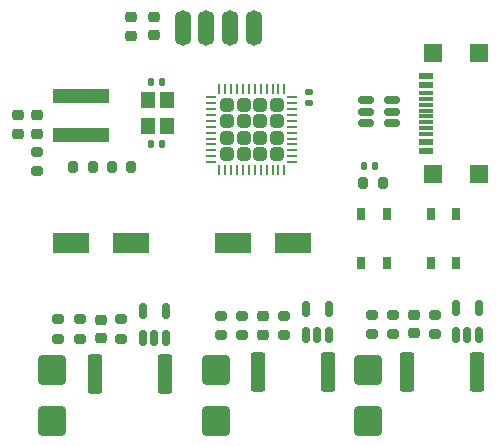
<source format=gtp>
%TF.GenerationSoftware,KiCad,Pcbnew,9.0.0*%
%TF.CreationDate,2025-04-09T22:07:22+02:00*%
%TF.ProjectId,ESC,4553432e-6b69-4636-9164-5f7063625858,rev?*%
%TF.SameCoordinates,Original*%
%TF.FileFunction,Paste,Top*%
%TF.FilePolarity,Positive*%
%FSLAX45Y45*%
G04 Gerber Fmt 4.5, Leading zero omitted, Abs format (unit mm)*
G04 Created by KiCad (PCBNEW 9.0.0) date 2025-04-09 22:07:22*
%MOMM*%
%LPD*%
G01*
G04 APERTURE LIST*
G04 Aperture macros list*
%AMRoundRect*
0 Rectangle with rounded corners*
0 $1 Rounding radius*
0 $2 $3 $4 $5 $6 $7 $8 $9 X,Y pos of 4 corners*
0 Add a 4 corners polygon primitive as box body*
4,1,4,$2,$3,$4,$5,$6,$7,$8,$9,$2,$3,0*
0 Add four circle primitives for the rounded corners*
1,1,$1+$1,$2,$3*
1,1,$1+$1,$4,$5*
1,1,$1+$1,$6,$7*
1,1,$1+$1,$8,$9*
0 Add four rect primitives between the rounded corners*
20,1,$1+$1,$2,$3,$4,$5,0*
20,1,$1+$1,$4,$5,$6,$7,0*
20,1,$1+$1,$6,$7,$8,$9,0*
20,1,$1+$1,$8,$9,$2,$3,0*%
G04 Aperture macros list end*
%ADD10R,3.150000X1.800000*%
%ADD11RoundRect,0.218750X-0.256250X0.218750X-0.256250X-0.218750X0.256250X-0.218750X0.256250X0.218750X0*%
%ADD12RoundRect,0.225000X0.250000X-0.225000X0.250000X0.225000X-0.250000X0.225000X-0.250000X-0.225000X0*%
%ADD13R,0.650000X1.050000*%
%ADD14RoundRect,0.200000X0.200000X0.275000X-0.200000X0.275000X-0.200000X-0.275000X0.200000X-0.275000X0*%
%ADD15RoundRect,0.200000X-0.275000X0.200000X-0.275000X-0.200000X0.275000X-0.200000X0.275000X0.200000X0*%
%ADD16R,4.700000X1.180000*%
%ADD17RoundRect,0.250000X-0.315000X-0.315000X0.315000X-0.315000X0.315000X0.315000X-0.315000X0.315000X0*%
%ADD18RoundRect,0.062500X-0.375000X-0.062500X0.375000X-0.062500X0.375000X0.062500X-0.375000X0.062500X0*%
%ADD19RoundRect,0.062500X-0.062500X-0.375000X0.062500X-0.375000X0.062500X0.375000X-0.062500X0.375000X0*%
%ADD20RoundRect,0.225000X-0.250000X0.225000X-0.250000X-0.225000X0.250000X-0.225000X0.250000X0.225000X0*%
%ADD21RoundRect,0.250000X0.362500X1.425000X-0.362500X1.425000X-0.362500X-1.425000X0.362500X-1.425000X0*%
%ADD22RoundRect,0.150000X0.150000X-0.512500X0.150000X0.512500X-0.150000X0.512500X-0.150000X-0.512500X0*%
%ADD23RoundRect,0.200000X0.275000X-0.200000X0.275000X0.200000X-0.275000X0.200000X-0.275000X-0.200000X0*%
%ADD24RoundRect,0.150000X0.512500X0.150000X-0.512500X0.150000X-0.512500X-0.150000X0.512500X-0.150000X0*%
%ADD25RoundRect,0.250000X0.900000X-1.000000X0.900000X1.000000X-0.900000X1.000000X-0.900000X-1.000000X0*%
%ADD26RoundRect,0.200000X-0.200000X-0.275000X0.200000X-0.275000X0.200000X0.275000X-0.200000X0.275000X0*%
%ADD27RoundRect,0.140000X0.140000X0.170000X-0.140000X0.170000X-0.140000X-0.170000X0.140000X-0.170000X0*%
%ADD28R,1.150000X0.600000*%
%ADD29R,1.150000X0.300000*%
%ADD30R,1.500000X1.500000*%
%ADD31RoundRect,0.140000X0.170000X-0.140000X0.170000X0.140000X-0.170000X0.140000X-0.170000X-0.140000X0*%
%ADD32O,1.400000X3.000000*%
%ADD33RoundRect,0.140000X-0.140000X-0.170000X0.140000X-0.170000X0.140000X0.170000X-0.140000X0.170000X0*%
%ADD34R,1.150000X1.400000*%
G04 APERTURE END LIST*
D10*
%TO.C,C16*%
X2455000Y-4170000D03*
X2965000Y-4170000D03*
%TD*%
D11*
%TO.C,D5*%
X2965000Y-2261250D03*
X2965000Y-2418750D03*
%TD*%
%TO.C,D6*%
X3160000Y-2256250D03*
X3160000Y-2413750D03*
%TD*%
D12*
%TO.C,C9*%
X4080000Y-4947500D03*
X4080000Y-4792500D03*
%TD*%
D13*
%TO.C,SW2*%
X4912500Y-4337500D03*
X4912500Y-3922500D03*
X5127500Y-4337500D03*
X5127500Y-3922500D03*
%TD*%
D14*
%TO.C,R_FBB1*%
X2962500Y-3525000D03*
X2797500Y-3525000D03*
%TD*%
D10*
%TO.C,C8*%
X3825000Y-4170000D03*
X4335000Y-4170000D03*
%TD*%
D15*
%TO.C,R4*%
X5537000Y-4777500D03*
X5537000Y-4942500D03*
%TD*%
D12*
%TO.C,C17*%
X2710000Y-4977500D03*
X2710000Y-4822500D03*
%TD*%
D16*
%TO.C,L2*%
X2540000Y-2929500D03*
X2540000Y-3260500D03*
%TD*%
D17*
%TO.C,U1*%
X3775000Y-3002000D03*
X3775000Y-3142000D03*
X3775000Y-3282000D03*
X3775000Y-3422000D03*
X3915000Y-3002000D03*
X3915000Y-3142000D03*
X3915000Y-3282000D03*
X3915000Y-3422000D03*
X4055000Y-3002000D03*
X4055000Y-3142000D03*
X4055000Y-3282000D03*
X4055000Y-3422000D03*
X4195000Y-3002000D03*
X4195000Y-3142000D03*
X4195000Y-3282000D03*
X4195000Y-3422000D03*
D18*
X3641250Y-2937000D03*
X3641250Y-2987000D03*
X3641250Y-3037000D03*
X3641250Y-3087000D03*
X3641250Y-3137000D03*
X3641250Y-3187000D03*
X3641250Y-3237000D03*
X3641250Y-3287000D03*
X3641250Y-3337000D03*
X3641250Y-3387000D03*
X3641250Y-3437000D03*
X3641250Y-3487000D03*
D19*
X3710000Y-3555750D03*
X3760000Y-3555750D03*
X3810000Y-3555750D03*
X3860000Y-3555750D03*
X3910000Y-3555750D03*
X3960000Y-3555750D03*
X4010000Y-3555750D03*
X4060000Y-3555750D03*
X4110000Y-3555750D03*
X4160000Y-3555750D03*
X4210000Y-3555750D03*
X4260000Y-3555750D03*
D18*
X4328750Y-3487000D03*
X4328750Y-3437000D03*
X4328750Y-3387000D03*
X4328750Y-3337000D03*
X4328750Y-3287000D03*
X4328750Y-3237000D03*
X4328750Y-3187000D03*
X4328750Y-3137000D03*
X4328750Y-3087000D03*
X4328750Y-3037000D03*
X4328750Y-2987000D03*
X4328750Y-2937000D03*
D19*
X4260000Y-2868250D03*
X4210000Y-2868250D03*
X4160000Y-2868250D03*
X4110000Y-2868250D03*
X4060000Y-2868250D03*
X4010000Y-2868250D03*
X3960000Y-2868250D03*
X3910000Y-2868250D03*
X3860000Y-2868250D03*
X3810000Y-2868250D03*
X3760000Y-2868250D03*
X3710000Y-2868250D03*
%TD*%
D12*
%TO.C,C1*%
X5360000Y-4937500D03*
X5360000Y-4782500D03*
%TD*%
D15*
%TO.C,R20*%
X2880000Y-4817500D03*
X2880000Y-4982500D03*
%TD*%
D20*
%TO.C,C12*%
X2001000Y-3090000D03*
X2001000Y-3245000D03*
%TD*%
D21*
%TO.C,R1*%
X5893250Y-5260000D03*
X5300750Y-5260000D03*
%TD*%
D13*
%TO.C,SW1*%
X5502500Y-4337500D03*
X5502500Y-3922500D03*
X5717500Y-4337500D03*
X5717500Y-3922500D03*
%TD*%
D22*
%TO.C,U5*%
X3065000Y-4972250D03*
X3160000Y-4972250D03*
X3255000Y-4972250D03*
X3255000Y-4744750D03*
X3065000Y-4744750D03*
%TD*%
%TO.C,U4*%
X4445000Y-4953750D03*
X4540000Y-4953750D03*
X4635000Y-4953750D03*
X4635000Y-4726250D03*
X4445000Y-4726250D03*
%TD*%
D15*
%TO.C,J_3V3*%
X2165000Y-3397500D03*
X2165000Y-3562500D03*
%TD*%
D21*
%TO.C,R19*%
X3246250Y-5280000D03*
X2653750Y-5280000D03*
%TD*%
D23*
%TO.C,R16*%
X3720000Y-4952500D03*
X3720000Y-4787500D03*
%TD*%
D22*
%TO.C,U3*%
X5715000Y-4946250D03*
X5810000Y-4946250D03*
X5905000Y-4946250D03*
X5905000Y-4718750D03*
X5715000Y-4718750D03*
%TD*%
D21*
%TO.C,R13*%
X4626250Y-5260000D03*
X4033750Y-5260000D03*
%TD*%
D24*
%TO.C,U2*%
X5174750Y-3154000D03*
X5174750Y-3059000D03*
X5174750Y-2964000D03*
X4947250Y-2964000D03*
X4947250Y-3059000D03*
X4947250Y-3154000D03*
%TD*%
D25*
%TO.C,D7*%
X4970000Y-5675000D03*
X4970000Y-5245000D03*
%TD*%
D26*
%TO.C,R28*%
X4927500Y-3660000D03*
X5092500Y-3660000D03*
%TD*%
D23*
%TO.C,R22*%
X2340000Y-4982500D03*
X2340000Y-4817500D03*
%TD*%
%TO.C,R12*%
X5000000Y-4942500D03*
X5000000Y-4777500D03*
%TD*%
D25*
%TO.C,D8*%
X3680000Y-5675000D03*
X3680000Y-5245000D03*
%TD*%
D15*
%TO.C,R21*%
X2530000Y-4817500D03*
X2530000Y-4982500D03*
%TD*%
%TO.C,R15*%
X3900000Y-4787500D03*
X3900000Y-4952500D03*
%TD*%
D14*
%TO.C,R_FBT1*%
X2638500Y-3525000D03*
X2473500Y-3525000D03*
%TD*%
D27*
%TO.C,C29*%
X5028000Y-3520000D03*
X4932000Y-3520000D03*
%TD*%
D28*
%TO.C,J1*%
X5460000Y-3395000D03*
X5460000Y-3315000D03*
D29*
X5460000Y-3200000D03*
X5460000Y-3100000D03*
X5460000Y-3050000D03*
X5460000Y-2950000D03*
D28*
X5460000Y-2835000D03*
X5460000Y-2755000D03*
D29*
X5460000Y-2900000D03*
X5460000Y-3000000D03*
X5460000Y-3150000D03*
X5460000Y-3250000D03*
D30*
X5517500Y-3587000D03*
X5517500Y-2563000D03*
X5910500Y-3587000D03*
X5910500Y-2563000D03*
%TD*%
D20*
%TO.C,C11*%
X2166000Y-3090000D03*
X2166000Y-3245000D03*
%TD*%
D15*
%TO.C,R14*%
X4260000Y-4787500D03*
X4260000Y-4952500D03*
%TD*%
D31*
%TO.C,C23*%
X4465000Y-2988000D03*
X4465000Y-2892000D03*
%TD*%
D32*
%TO.C,C24*%
X4000000Y-2350000D03*
X3800000Y-2350000D03*
X3600000Y-2350000D03*
X3400000Y-2350000D03*
%TD*%
D15*
%TO.C,R11*%
X5180000Y-4777500D03*
X5180000Y-4942500D03*
%TD*%
D27*
%TO.C,C27*%
X3223000Y-2810000D03*
X3127000Y-2810000D03*
%TD*%
D25*
%TO.C,D9*%
X2290000Y-5675000D03*
X2290000Y-5245000D03*
%TD*%
D33*
%TO.C,C26*%
X3131500Y-3335000D03*
X3227500Y-3335000D03*
%TD*%
D34*
%TO.C,Y1*%
X3103700Y-2962500D03*
X3103700Y-3182500D03*
X3263800Y-3182500D03*
X3263800Y-2962500D03*
%TD*%
M02*

</source>
